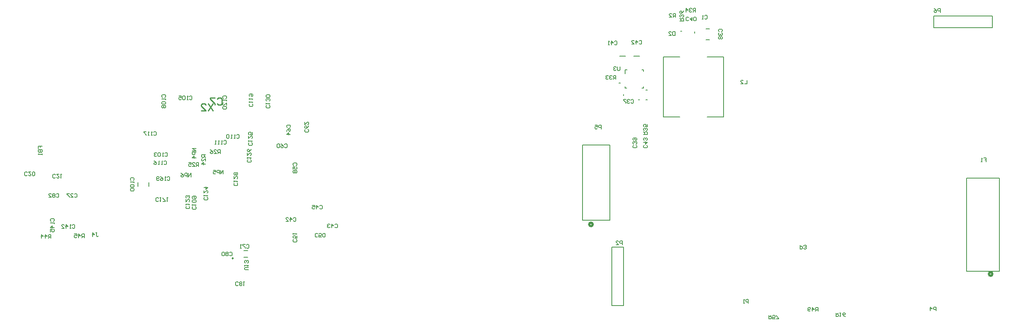
<source format=gbo>
G04*
G04 #@! TF.GenerationSoftware,Altium Limited,Altium Designer,21.5.1 (32)*
G04*
G04 Layer_Color=32896*
%FSLAX25Y25*%
%MOIN*%
G70*
G04*
G04 #@! TF.SameCoordinates,35C82D64-DDB0-4193-90F1-2314E746331E*
G04*
G04*
G04 #@! TF.FilePolarity,Positive*
G04*
G01*
G75*
%ADD52C,0.02000*%
%ADD53C,0.01000*%
%ADD155C,0.00600*%
%ADD156C,0.00984*%
%ADD158C,0.00787*%
D52*
X992450Y143800D02*
G03*
X992450Y143800I-1500J0D01*
G01*
X651450Y186250D02*
G03*
X651450Y186250I-1500J0D01*
G01*
D53*
X330931Y293598D02*
X331931Y294598D01*
X333930D01*
X334930Y293598D01*
Y289600D01*
X333930Y288600D01*
X331931D01*
X330931Y289600D01*
X328932Y294598D02*
X324933D01*
Y293598D01*
X328932Y289600D01*
Y288600D01*
X327530Y289598D02*
X323531Y283600D01*
Y289598D02*
X327530Y283600D01*
X317533D02*
X321532D01*
X317533Y287599D01*
Y288598D01*
X318533Y289598D01*
X320532D01*
X321532Y288598D01*
D155*
X749100Y329522D02*
X763198D01*
X711798Y278122D02*
Y329522D01*
X725896D01*
X763198Y278122D02*
Y329522D01*
X749100Y278122D02*
X763198D01*
X711798D02*
X725896D01*
X970450Y146300D02*
Y225800D01*
X998450D01*
Y146300D02*
Y225800D01*
X970450Y146300D02*
X998450D01*
X642750Y254300D02*
X666050D01*
X642750Y189800D02*
Y254300D01*
Y189800D02*
X666050D01*
Y254300D01*
X801685Y108649D02*
Y105450D01*
X803284D01*
X803817Y105983D01*
Y107050D01*
X803284Y107583D01*
X801685D01*
X802751D02*
X803817Y108649D01*
X807016Y105450D02*
X804884D01*
Y107050D01*
X805950Y106517D01*
X806483D01*
X807016Y107050D01*
Y108116D01*
X806483Y108649D01*
X805417D01*
X804884Y108116D01*
X808083Y105450D02*
X810215D01*
Y105983D01*
X808083Y108116D01*
Y108649D01*
X843650Y112050D02*
Y115249D01*
X842050D01*
X841517Y114716D01*
Y113649D01*
X842050Y113116D01*
X843650D01*
X842584D02*
X841517Y112050D01*
X838852D02*
Y115249D01*
X840451Y113649D01*
X838318D01*
X837252Y112583D02*
X836719Y112050D01*
X835653D01*
X835119Y112583D01*
Y114716D01*
X835653Y115249D01*
X836719D01*
X837252Y114716D01*
Y114182D01*
X836719Y113649D01*
X835119D01*
X858951Y110649D02*
Y107450D01*
X860551D01*
X861084Y107983D01*
Y109050D01*
X860551Y109583D01*
X858951D01*
X860018D02*
X861084Y110649D01*
X862150D02*
X863217D01*
X862683D01*
Y107450D01*
X862150Y107983D01*
X866949Y107450D02*
X865882Y107983D01*
X864816Y109050D01*
Y110116D01*
X865349Y110649D01*
X866416D01*
X866949Y110116D01*
Y109583D01*
X866416Y109050D01*
X864816D01*
X984950Y243149D02*
X987083D01*
Y241550D01*
X986016D01*
X987083D01*
Y239950D01*
X983884D02*
X982817D01*
X983350D01*
Y243149D01*
X983884Y242616D01*
X674616Y321149D02*
Y318483D01*
X674083Y317950D01*
X673016D01*
X672483Y318483D01*
Y321149D01*
X671417Y320616D02*
X670884Y321149D01*
X669817D01*
X669284Y320616D01*
Y320083D01*
X669817Y319550D01*
X670351D01*
X669817D01*
X669284Y319017D01*
Y318483D01*
X669817Y317950D01*
X670884D01*
X671417Y318483D01*
X725850Y360284D02*
X729049D01*
Y361884D01*
X728516Y362417D01*
X727450D01*
X726917Y361884D01*
Y360284D01*
Y361351D02*
X725850Y362417D01*
X728516Y363483D02*
X729049Y364017D01*
Y365083D01*
X728516Y365616D01*
X727983D01*
X727450Y365083D01*
Y364550D01*
Y365083D01*
X726917Y365616D01*
X726384D01*
X725850Y365083D01*
Y364017D01*
X726384Y363483D01*
X729049Y368815D02*
X728516Y367749D01*
X727450Y366682D01*
X726384D01*
X725850Y367215D01*
Y368282D01*
X726384Y368815D01*
X726917D01*
X727450Y368282D01*
Y366682D01*
X694850Y263284D02*
X698049D01*
Y264884D01*
X697516Y265417D01*
X696450D01*
X695917Y264884D01*
Y263284D01*
Y264351D02*
X694850Y265417D01*
X697516Y266483D02*
X698049Y267017D01*
Y268083D01*
X697516Y268616D01*
X696983D01*
X696450Y268083D01*
Y267550D01*
Y268083D01*
X695917Y268616D01*
X695384D01*
X694850Y268083D01*
Y267017D01*
X695384Y266483D01*
X698049Y271815D02*
Y269682D01*
X696450D01*
X696983Y270749D01*
Y271282D01*
X696450Y271815D01*
X695384D01*
X694850Y271282D01*
Y270216D01*
X695384Y269682D01*
X739215Y367950D02*
Y371149D01*
X737616D01*
X737083Y370616D01*
Y369550D01*
X737616Y369017D01*
X739215D01*
X738149D02*
X737083Y367950D01*
X736016Y370616D02*
X735483Y371149D01*
X734417D01*
X733884Y370616D01*
Y370083D01*
X734417Y369550D01*
X734950D01*
X734417D01*
X733884Y369017D01*
Y368483D01*
X734417Y367950D01*
X735483D01*
X736016Y368483D01*
X731218Y367950D02*
Y371149D01*
X732817Y369550D01*
X730685D01*
X671215Y310450D02*
Y313649D01*
X669616D01*
X669083Y313116D01*
Y312050D01*
X669616Y311516D01*
X671215D01*
X670149D02*
X669083Y310450D01*
X668016Y313116D02*
X667483Y313649D01*
X666417D01*
X665884Y313116D01*
Y312583D01*
X666417Y312050D01*
X666950D01*
X666417D01*
X665884Y311516D01*
Y310983D01*
X666417Y310450D01*
X667483D01*
X668016Y310983D01*
X664817Y313116D02*
X664284Y313649D01*
X663218D01*
X662685Y313116D01*
Y312583D01*
X663218Y312050D01*
X663751D01*
X663218D01*
X662685Y311516D01*
Y310983D01*
X663218Y310450D01*
X664284D01*
X664817Y310983D01*
X722116Y363450D02*
Y366649D01*
X720516D01*
X719983Y366116D01*
Y365050D01*
X720516Y364516D01*
X722116D01*
X721049D02*
X719983Y363450D01*
X716784D02*
X718917D01*
X716784Y365583D01*
Y366116D01*
X717317Y366649D01*
X718384D01*
X718917Y366116D01*
X948050Y367650D02*
Y370849D01*
X946451D01*
X945917Y370316D01*
Y369249D01*
X946451Y368716D01*
X948050D01*
X942718Y370849D02*
X943785Y370316D01*
X944851Y369249D01*
Y368183D01*
X944318Y367650D01*
X943252D01*
X942718Y368183D01*
Y368716D01*
X943252Y369249D01*
X944851D01*
X658616Y267950D02*
Y271149D01*
X657016D01*
X656483Y270616D01*
Y269550D01*
X657016Y269017D01*
X658616D01*
X653284Y271149D02*
X655417D01*
Y269550D01*
X654351Y270083D01*
X653817D01*
X653284Y269550D01*
Y268483D01*
X653817Y267950D01*
X654884D01*
X655417Y268483D01*
X944356Y112450D02*
Y115649D01*
X942756D01*
X942223Y115116D01*
Y114050D01*
X942756Y113516D01*
X944356D01*
X939557Y112450D02*
Y115649D01*
X941157Y114050D01*
X939024D01*
X828284Y168460D02*
Y165261D01*
X829884D01*
X830417Y165794D01*
Y166861D01*
X829884Y167394D01*
X828284D01*
X831483Y165794D02*
X832016Y165261D01*
X833083D01*
X833616Y165794D01*
Y166328D01*
X833083Y166861D01*
X832549D01*
X833083D01*
X833616Y167394D01*
Y167927D01*
X833083Y168460D01*
X832016D01*
X831483Y167927D01*
X676616Y168950D02*
Y172149D01*
X675016D01*
X674483Y171616D01*
Y170550D01*
X675016Y170017D01*
X676616D01*
X671284Y168950D02*
X673417D01*
X671284Y171083D01*
Y171616D01*
X671817Y172149D01*
X672884D01*
X673417Y171616D01*
X784205Y118852D02*
Y122051D01*
X782605D01*
X782072Y121518D01*
Y120451D01*
X782605Y119918D01*
X784205D01*
X781006Y118852D02*
X779939D01*
X780473D01*
Y122051D01*
X781006Y121518D01*
X783116Y309649D02*
Y306450D01*
X780983D01*
X777784D02*
X779917D01*
X777784Y308583D01*
Y309116D01*
X778317Y309649D01*
X779384D01*
X779917Y309116D01*
X721616Y351149D02*
Y347950D01*
X720016D01*
X719483Y348483D01*
Y350616D01*
X720016Y351149D01*
X721616D01*
X716284Y347950D02*
X718417D01*
X716284Y350083D01*
Y350616D01*
X716817Y351149D01*
X717884D01*
X718417Y350616D01*
X697516Y253917D02*
X698049Y253384D01*
Y252318D01*
X697516Y251784D01*
X695384D01*
X694850Y252318D01*
Y253384D01*
X695384Y253917D01*
X694850Y256583D02*
X698049D01*
X696450Y254983D01*
Y257116D01*
X697516Y258182D02*
X698049Y258716D01*
Y259782D01*
X697516Y260315D01*
X696983D01*
X696450Y259782D01*
Y259249D01*
Y259782D01*
X695917Y260315D01*
X695384D01*
X694850Y259782D01*
Y258716D01*
X695384Y258182D01*
X691083Y343116D02*
X691616Y343649D01*
X692682D01*
X693215Y343116D01*
Y340983D01*
X692682Y340450D01*
X691616D01*
X691083Y340983D01*
X688417Y340450D02*
Y343649D01*
X690016Y342050D01*
X687884D01*
X684685Y340450D02*
X686817D01*
X684685Y342583D01*
Y343116D01*
X685218Y343649D01*
X686284D01*
X686817Y343116D01*
X670049Y342616D02*
X670583Y343149D01*
X671649D01*
X672182Y342616D01*
Y340483D01*
X671649Y339950D01*
X670583D01*
X670049Y340483D01*
X667384Y339950D02*
Y343149D01*
X668983Y341550D01*
X666851D01*
X665784Y339950D02*
X664718D01*
X665251D01*
Y343149D01*
X665784Y342616D01*
X733317Y360983D02*
X732784Y360450D01*
X731718D01*
X731185Y360983D01*
Y363116D01*
X731718Y363649D01*
X732784D01*
X733317Y363116D01*
X735983Y363649D02*
Y360450D01*
X734384Y362050D01*
X736516D01*
X737583Y360983D02*
X738116Y360450D01*
X739182D01*
X739715Y360983D01*
Y363116D01*
X739182Y363649D01*
X738116D01*
X737583Y363116D01*
Y360983D01*
X688516Y253917D02*
X689049Y253384D01*
Y252318D01*
X688516Y251784D01*
X686384D01*
X685850Y252318D01*
Y253384D01*
X686384Y253917D01*
X688516Y254983D02*
X689049Y255517D01*
Y256583D01*
X688516Y257116D01*
X687983D01*
X687450Y256583D01*
Y256050D01*
Y256583D01*
X686917Y257116D01*
X686384D01*
X685850Y256583D01*
Y255517D01*
X686384Y254983D01*
Y258182D02*
X685850Y258716D01*
Y259782D01*
X686384Y260315D01*
X688516D01*
X689049Y259782D01*
Y258716D01*
X688516Y258182D01*
X687983D01*
X687450Y258716D01*
Y260315D01*
X759384Y351182D02*
X758850Y351715D01*
Y352782D01*
X759384Y353315D01*
X761516D01*
X762049Y352782D01*
Y351715D01*
X761516Y351182D01*
X759384Y350116D02*
X758850Y349583D01*
Y348517D01*
X759384Y347983D01*
X759917D01*
X760450Y348517D01*
Y349050D01*
Y348517D01*
X760983Y347983D01*
X761516D01*
X762049Y348517D01*
Y349583D01*
X761516Y350116D01*
X759384Y346917D02*
X758850Y346384D01*
Y345318D01*
X759384Y344784D01*
X759917D01*
X760450Y345318D01*
X760983Y344784D01*
X761516D01*
X762049Y345318D01*
Y346384D01*
X761516Y346917D01*
X760983D01*
X760450Y346384D01*
X759917Y346917D01*
X759384D01*
X760450Y346384D02*
Y345318D01*
X684083Y292616D02*
X684616Y293149D01*
X685682D01*
X686215Y292616D01*
Y290483D01*
X685682Y289950D01*
X684616D01*
X684083Y290483D01*
X683016Y292616D02*
X682483Y293149D01*
X681417D01*
X680884Y292616D01*
Y292083D01*
X681417Y291550D01*
X681950D01*
X681417D01*
X680884Y291017D01*
Y290483D01*
X681417Y289950D01*
X682483D01*
X683016Y290483D01*
X679817Y293149D02*
X677685D01*
Y292616D01*
X679817Y290483D01*
Y289950D01*
X746950Y364616D02*
X747483Y365149D01*
X748550D01*
X749083Y364616D01*
Y362483D01*
X748550Y361950D01*
X747483D01*
X746950Y362483D01*
X745884Y361950D02*
X744817D01*
X745351D01*
Y365149D01*
X745884Y364616D01*
X178530Y251099D02*
Y253232D01*
X180130D01*
Y252166D01*
Y253232D01*
X181729D01*
X178530Y250033D02*
X181729D01*
Y248434D01*
X181196Y247901D01*
X180663D01*
X180130Y248434D01*
Y250033D01*
Y248434D01*
X179597Y247901D01*
X179064D01*
X178530Y248434D01*
Y250033D01*
X181729Y246834D02*
Y245768D01*
Y246301D01*
X178530D01*
X179064Y246834D01*
X193763Y212066D02*
X194296Y212599D01*
X195362D01*
X195895Y212066D01*
Y209934D01*
X195362Y209401D01*
X194296D01*
X193763Y209934D01*
X192696Y212066D02*
X192163Y212599D01*
X191097D01*
X190564Y212066D01*
Y211533D01*
X191097Y211000D01*
X190564Y210467D01*
Y209934D01*
X191097Y209401D01*
X192163D01*
X192696Y209934D01*
Y210467D01*
X192163Y211000D01*
X192696Y211533D01*
Y212066D01*
X192163Y211000D02*
X191097D01*
X187365Y209401D02*
X189497D01*
X187365Y211533D01*
Y212066D01*
X187898Y212599D01*
X188964D01*
X189497Y212066D01*
X168997Y228434D02*
X168464Y227901D01*
X167398D01*
X166865Y228434D01*
Y230566D01*
X167398Y231100D01*
X168464D01*
X168997Y230566D01*
X172196Y231100D02*
X170064D01*
X172196Y228967D01*
Y228434D01*
X171663Y227901D01*
X170597D01*
X170064Y228434D01*
X173263D02*
X173796Y227901D01*
X174862D01*
X175395Y228434D01*
Y230566D01*
X174862Y231100D01*
X173796D01*
X173263Y230566D01*
Y228434D01*
X209263Y212066D02*
X209796Y212599D01*
X210862D01*
X211395Y212066D01*
Y209934D01*
X210862Y209401D01*
X209796D01*
X209263Y209934D01*
X206064Y209401D02*
X208196D01*
X206064Y211533D01*
Y212066D01*
X206597Y212599D01*
X207663D01*
X208196Y212066D01*
X204997Y212599D02*
X202865D01*
Y212066D01*
X204997Y209934D01*
Y209401D01*
X193030Y226434D02*
X192497Y225901D01*
X191431D01*
X190898Y226434D01*
Y228566D01*
X191431Y229099D01*
X192497D01*
X193030Y228566D01*
X196229Y229099D02*
X194097D01*
X196229Y226967D01*
Y226434D01*
X195696Y225901D01*
X194630D01*
X194097Y226434D01*
X197296Y229099D02*
X198362D01*
X197829D01*
Y225901D01*
X197296Y226434D01*
X357729Y147375D02*
X355064D01*
X354531Y147908D01*
Y148975D01*
X355064Y149508D01*
X357729D01*
X354531Y150574D02*
Y151641D01*
Y151107D01*
X357729D01*
X357196Y150574D01*
Y153240D02*
X357729Y153773D01*
Y154840D01*
X357196Y155373D01*
X356663D01*
X356130Y154840D01*
Y154306D01*
Y154840D01*
X355597Y155373D01*
X355064D01*
X354531Y154840D01*
Y153773D01*
X355064Y153240D01*
X281013Y206434D02*
X280480Y205901D01*
X279414D01*
X278880Y206434D01*
Y208566D01*
X279414Y209100D01*
X280480D01*
X281013Y208566D01*
X282079Y209100D02*
X283146D01*
X282613D01*
Y205901D01*
X282079Y206434D01*
X284745Y205901D02*
X286878D01*
Y206434D01*
X284745Y208566D01*
Y209100D01*
X287944D02*
X289011D01*
X288477D01*
Y205901D01*
X287944Y206434D01*
X288411Y226566D02*
X288944Y227099D01*
X290010D01*
X290544Y226566D01*
Y224434D01*
X290010Y223901D01*
X288944D01*
X288411Y224434D01*
X287345Y223901D02*
X286278D01*
X286811D01*
Y227099D01*
X287345Y226566D01*
X282546Y227099D02*
X283613Y226566D01*
X284679Y225500D01*
Y224434D01*
X284146Y223901D01*
X283079D01*
X282546Y224434D01*
Y224967D01*
X283079Y225500D01*
X284679D01*
X281480Y224434D02*
X280947Y223901D01*
X279880D01*
X279347Y224434D01*
Y226566D01*
X279880Y227099D01*
X280947D01*
X281480Y226566D01*
Y226033D01*
X280947Y225500D01*
X279347D01*
X217711Y174900D02*
Y178100D01*
X216111D01*
X215578Y177566D01*
Y176500D01*
X216111Y175967D01*
X217711D01*
X216644D02*
X215578Y174900D01*
X212912D02*
Y178100D01*
X214512Y176500D01*
X212379D01*
X209180Y178100D02*
X211313D01*
Y176500D01*
X210246Y177033D01*
X209713D01*
X209180Y176500D01*
Y175434D01*
X209713Y174900D01*
X210780D01*
X211313Y175434D01*
X189211Y174400D02*
Y177600D01*
X187611D01*
X187078Y177066D01*
Y176000D01*
X187611Y175467D01*
X189211D01*
X188144D02*
X187078Y174400D01*
X184412D02*
Y177600D01*
X186012Y176000D01*
X183879D01*
X181213Y174400D02*
Y177600D01*
X182813Y176000D01*
X180680D01*
X333711Y246901D02*
Y250099D01*
X332111D01*
X331578Y249566D01*
Y248500D01*
X332111Y247967D01*
X333711D01*
X332644D02*
X331578Y246901D01*
X328379D02*
X330512D01*
X328379Y249033D01*
Y249566D01*
X328912Y250099D01*
X329979D01*
X330512Y249566D01*
X325180Y250099D02*
X326247Y249566D01*
X327313Y248500D01*
Y247434D01*
X326780Y246901D01*
X325713D01*
X325180Y247434D01*
Y247967D01*
X325713Y248500D01*
X327313D01*
X315211Y235900D02*
Y239100D01*
X313611D01*
X313078Y238566D01*
Y237500D01*
X313611Y236967D01*
X315211D01*
X314144D02*
X313078Y235900D01*
X309879D02*
X312012D01*
X309879Y238033D01*
Y238566D01*
X310412Y239100D01*
X311479D01*
X312012Y238566D01*
X306680Y239100D02*
X308813D01*
Y237500D01*
X307747Y238033D01*
X307213D01*
X306680Y237500D01*
Y236434D01*
X307213Y235900D01*
X308280D01*
X308813Y236434D01*
X321045Y245765D02*
X317846D01*
Y244166D01*
X318379Y243633D01*
X319445D01*
X319979Y244166D01*
Y245765D01*
Y244699D02*
X321045Y243633D01*
Y240434D02*
Y242566D01*
X318912Y240434D01*
X318379D01*
X317846Y240967D01*
Y242033D01*
X318379Y242566D01*
X321045Y237768D02*
X317846D01*
X319445Y239367D01*
Y237235D01*
X308711Y226901D02*
Y230100D01*
X306578Y226901D01*
Y230100D01*
X305512Y226901D02*
Y230100D01*
X303912D01*
X303379Y229566D01*
Y228500D01*
X303912Y227967D01*
X305512D01*
X300180Y230100D02*
X301247Y229566D01*
X302313Y228500D01*
Y227434D01*
X301780Y226901D01*
X300713D01*
X300180Y227434D01*
Y227967D01*
X300713Y228500D01*
X302313D01*
X336211Y229400D02*
Y232599D01*
X334078Y229400D01*
Y232599D01*
X333012Y229400D02*
Y232599D01*
X331412D01*
X330879Y232066D01*
Y231000D01*
X331412Y230467D01*
X333012D01*
X327680Y232599D02*
X329813D01*
Y231000D01*
X328747Y231533D01*
X328213D01*
X327680Y231000D01*
Y229934D01*
X328213Y229400D01*
X329280D01*
X329813Y229934D01*
X313045Y251265D02*
X309846D01*
X313045Y249133D01*
X309846D01*
X313045Y248066D02*
X309846D01*
Y246467D01*
X310379Y245934D01*
X311445D01*
X311979Y246467D01*
Y248066D01*
X313045Y243268D02*
X309846D01*
X311445Y244867D01*
Y242735D01*
X227479Y179100D02*
X228545D01*
X228012D01*
Y176434D01*
X228545Y175900D01*
X229078D01*
X229611Y176434D01*
X224813Y175900D02*
Y179100D01*
X226412Y177500D01*
X224280D01*
X189379Y188966D02*
X188846Y189499D01*
Y190565D01*
X189379Y191098D01*
X191512D01*
X192045Y190565D01*
Y189499D01*
X191512Y188966D01*
X192045Y187899D02*
Y186833D01*
Y187366D01*
X188846D01*
X189379Y187899D01*
X192045Y183634D02*
X188846D01*
X190445Y185233D01*
Y183101D01*
X188846Y179902D02*
Y182035D01*
X190445D01*
X189912Y180968D01*
Y180435D01*
X190445Y179902D01*
X191512D01*
X192045Y180435D01*
Y181501D01*
X191512Y182035D01*
X207411Y185566D02*
X207944Y186100D01*
X209011D01*
X209544Y185566D01*
Y183434D01*
X209011Y182901D01*
X207944D01*
X207411Y183434D01*
X206345Y182901D02*
X205278D01*
X205812D01*
Y186100D01*
X206345Y185566D01*
X202079Y182901D02*
Y186100D01*
X203679Y184500D01*
X201546D01*
X198347Y182901D02*
X200480D01*
X198347Y185033D01*
Y185566D01*
X198880Y186100D01*
X199947D01*
X200480Y185566D01*
X375512Y288034D02*
X376045Y287501D01*
Y286435D01*
X375512Y285902D01*
X373379D01*
X372846Y286435D01*
Y287501D01*
X373379Y288034D01*
X372846Y289101D02*
Y290167D01*
Y289634D01*
X376045D01*
X375512Y289101D01*
Y291767D02*
X376045Y292300D01*
Y293366D01*
X375512Y293899D01*
X374979D01*
X374445Y293366D01*
Y292833D01*
Y293366D01*
X373912Y293899D01*
X373379D01*
X372846Y293366D01*
Y292300D01*
X373379Y291767D01*
X375512Y294966D02*
X376045Y295499D01*
Y296565D01*
X375512Y297098D01*
X373379D01*
X372846Y296565D01*
Y295499D01*
X373379Y294966D01*
X375512D01*
X348012Y221534D02*
X348545Y221001D01*
Y219935D01*
X348012Y219402D01*
X345879D01*
X345346Y219935D01*
Y221001D01*
X345879Y221534D01*
X345346Y222601D02*
Y223667D01*
Y223134D01*
X348545D01*
X348012Y222601D01*
X345346Y227399D02*
Y225267D01*
X347479Y227399D01*
X348012D01*
X348545Y226866D01*
Y225800D01*
X348012Y225267D01*
Y228466D02*
X348545Y228999D01*
Y230065D01*
X348012Y230598D01*
X347479D01*
X346945Y230065D01*
X346412Y230598D01*
X345879D01*
X345346Y230065D01*
Y228999D01*
X345879Y228466D01*
X346412D01*
X346945Y228999D01*
X347479Y228466D01*
X348012D01*
X346945Y228999D02*
Y230065D01*
X359512Y241534D02*
X360045Y241001D01*
Y239935D01*
X359512Y239402D01*
X357379D01*
X356846Y239935D01*
Y241001D01*
X357379Y241534D01*
X356846Y242601D02*
Y243667D01*
Y243134D01*
X360045D01*
X359512Y242601D01*
X356846Y247399D02*
Y245267D01*
X358979Y247399D01*
X359512D01*
X360045Y246866D01*
Y245800D01*
X359512Y245267D01*
X360045Y250598D02*
X359512Y249532D01*
X358445Y248465D01*
X357379D01*
X356846Y248999D01*
Y250065D01*
X357379Y250598D01*
X357912D01*
X358445Y250065D01*
Y248465D01*
X360512Y256034D02*
X361045Y255501D01*
Y254435D01*
X360512Y253902D01*
X358379D01*
X357846Y254435D01*
Y255501D01*
X358379Y256034D01*
X357846Y257101D02*
Y258167D01*
Y257634D01*
X361045D01*
X360512Y257101D01*
X357846Y261899D02*
Y259767D01*
X359979Y261899D01*
X360512D01*
X361045Y261366D01*
Y260300D01*
X360512Y259767D01*
X361045Y265098D02*
Y262965D01*
X359445D01*
X359979Y264032D01*
Y264565D01*
X359445Y265098D01*
X358379D01*
X357846Y264565D01*
Y263499D01*
X358379Y262965D01*
X322512Y209353D02*
X323045Y208820D01*
Y207754D01*
X322512Y207221D01*
X320379D01*
X319846Y207754D01*
Y208820D01*
X320379Y209353D01*
X319846Y210420D02*
Y211486D01*
Y210953D01*
X323045D01*
X322512Y210420D01*
X319846Y215218D02*
Y213086D01*
X321979Y215218D01*
X322512D01*
X323045Y214685D01*
Y213619D01*
X322512Y213086D01*
X319846Y217884D02*
X323045D01*
X321445Y216284D01*
Y218417D01*
X307012Y201853D02*
X307545Y201320D01*
Y200254D01*
X307012Y199721D01*
X304879D01*
X304346Y200254D01*
Y201320D01*
X304879Y201853D01*
X304346Y202920D02*
Y203986D01*
Y203453D01*
X307545D01*
X307012Y202920D01*
X304346Y207718D02*
Y205586D01*
X306479Y207718D01*
X307012D01*
X307545Y207185D01*
Y206119D01*
X307012Y205586D01*
Y208784D02*
X307545Y209318D01*
Y210384D01*
X307012Y210917D01*
X306479D01*
X305945Y210384D01*
Y209851D01*
Y210384D01*
X305412Y210917D01*
X304879D01*
X304346Y210384D01*
Y209318D01*
X304879Y208784D01*
X336379Y293966D02*
X335846Y294499D01*
Y295565D01*
X336379Y296098D01*
X338512D01*
X339045Y295565D01*
Y294499D01*
X338512Y293966D01*
X339045Y292899D02*
Y291833D01*
Y292366D01*
X335846D01*
X336379Y292899D01*
X339045Y288101D02*
Y290233D01*
X336912Y288101D01*
X336379D01*
X335846Y288634D01*
Y289700D01*
X336379Y290233D01*
Y287035D02*
X335846Y286501D01*
Y285435D01*
X336379Y284902D01*
X338512D01*
X339045Y285435D01*
Y286501D01*
X338512Y287035D01*
X336379D01*
X361012Y289301D02*
X361545Y288768D01*
Y287702D01*
X361012Y287168D01*
X358879D01*
X358346Y287702D01*
Y288768D01*
X358879Y289301D01*
X358346Y290367D02*
Y291434D01*
Y290900D01*
X361545D01*
X361012Y290367D01*
X358346Y293033D02*
Y294099D01*
Y293566D01*
X361545D01*
X361012Y293033D01*
X358879Y295699D02*
X358346Y296232D01*
Y297299D01*
X358879Y297832D01*
X361012D01*
X361545Y297299D01*
Y296232D01*
X361012Y295699D01*
X360479D01*
X359946Y296232D01*
Y297832D01*
X276829Y265066D02*
X277362Y265599D01*
X278428D01*
X278961Y265066D01*
Y262934D01*
X278428Y262401D01*
X277362D01*
X276829Y262934D01*
X275763Y262401D02*
X274696D01*
X275229D01*
Y265599D01*
X275763Y265066D01*
X273097Y262401D02*
X272030D01*
X272564D01*
Y265599D01*
X273097Y265066D01*
X270431Y265599D02*
X268298D01*
Y265066D01*
X270431Y262934D01*
Y262401D01*
X285644Y240066D02*
X286178Y240599D01*
X287244D01*
X287777Y240066D01*
Y237934D01*
X287244Y237401D01*
X286178D01*
X285644Y237934D01*
X284578Y237401D02*
X283512D01*
X284045D01*
Y240599D01*
X284578Y240066D01*
X281912Y237401D02*
X280846D01*
X281379D01*
Y240599D01*
X281912Y240066D01*
X277114Y240599D02*
X278180Y240066D01*
X279246Y239000D01*
Y237934D01*
X278713Y237401D01*
X277647D01*
X277114Y237934D01*
Y238467D01*
X277647Y239000D01*
X279246D01*
X336611Y257566D02*
X337144Y258100D01*
X338211D01*
X338744Y257566D01*
Y255434D01*
X338211Y254901D01*
X337144D01*
X336611Y255434D01*
X335545Y254901D02*
X334479D01*
X335012D01*
Y258100D01*
X335545Y257566D01*
X332879Y254901D02*
X331813D01*
X332346D01*
Y258100D01*
X332879Y257566D01*
X330213Y254901D02*
X329147D01*
X329680D01*
Y258100D01*
X330213Y257566D01*
X347644Y262566D02*
X348178Y263100D01*
X349244D01*
X349777Y262566D01*
Y260434D01*
X349244Y259900D01*
X348178D01*
X347644Y260434D01*
X346578Y259900D02*
X345512D01*
X346045D01*
Y263100D01*
X346578Y262566D01*
X343912Y259900D02*
X342846D01*
X343379D01*
Y263100D01*
X343912Y262566D01*
X341247D02*
X340713Y263100D01*
X339647D01*
X339114Y262566D01*
Y260434D01*
X339647Y259900D01*
X340713D01*
X341247Y260434D01*
Y262566D01*
X312512Y201353D02*
X313045Y200820D01*
Y199754D01*
X312512Y199221D01*
X310379D01*
X309846Y199754D01*
Y200820D01*
X310379Y201353D01*
X309846Y202420D02*
Y203486D01*
Y202953D01*
X313045D01*
X312512Y202420D01*
Y205085D02*
X313045Y205619D01*
Y206685D01*
X312512Y207218D01*
X310379D01*
X309846Y206685D01*
Y205619D01*
X310379Y205085D01*
X312512D01*
X310379Y208284D02*
X309846Y208818D01*
Y209884D01*
X310379Y210417D01*
X312512D01*
X313045Y209884D01*
Y208818D01*
X312512Y208284D01*
X311979D01*
X311445Y208818D01*
Y210417D01*
X284379Y294966D02*
X283846Y295499D01*
Y296565D01*
X284379Y297098D01*
X286512D01*
X287045Y296565D01*
Y295499D01*
X286512Y294966D01*
X287045Y293899D02*
Y292833D01*
Y293366D01*
X283846D01*
X284379Y293899D01*
Y291233D02*
X283846Y290700D01*
Y289634D01*
X284379Y289101D01*
X286512D01*
X287045Y289634D01*
Y290700D01*
X286512Y291233D01*
X284379D01*
Y288035D02*
X283846Y287501D01*
Y286435D01*
X284379Y285902D01*
X284912D01*
X285445Y286435D01*
X285979Y285902D01*
X286512D01*
X287045Y286435D01*
Y287501D01*
X286512Y288035D01*
X285979D01*
X285445Y287501D01*
X284912Y288035D01*
X284379D01*
X285445Y287501D02*
Y286435D01*
X307411Y295566D02*
X307944Y296099D01*
X309011D01*
X309544Y295566D01*
Y293434D01*
X309011Y292900D01*
X307944D01*
X307411Y293434D01*
X306345Y292900D02*
X305278D01*
X305812D01*
Y296099D01*
X306345Y295566D01*
X303679D02*
X303146Y296099D01*
X302079D01*
X301546Y295566D01*
Y293434D01*
X302079Y292900D01*
X303146D01*
X303679Y293434D01*
Y295566D01*
X298347Y296099D02*
X300480D01*
Y294500D01*
X299414Y295033D01*
X298880D01*
X298347Y294500D01*
Y293434D01*
X298880Y292900D01*
X299947D01*
X300480Y293434D01*
X286411Y247066D02*
X286944Y247600D01*
X288011D01*
X288544Y247066D01*
Y244934D01*
X288011Y244401D01*
X286944D01*
X286411Y244934D01*
X285345Y244401D02*
X284278D01*
X284811D01*
Y247600D01*
X285345Y247066D01*
X282679D02*
X282146Y247600D01*
X281079D01*
X280546Y247066D01*
Y244934D01*
X281079Y244401D01*
X282146D01*
X282679Y244934D01*
Y247066D01*
X279480D02*
X278947Y247600D01*
X277880D01*
X277347Y247066D01*
Y246533D01*
X277880Y246000D01*
X278414D01*
X277880D01*
X277347Y245467D01*
Y244934D01*
X277880Y244401D01*
X278947D01*
X279480Y244934D01*
X257564Y223966D02*
X257030Y224499D01*
Y225565D01*
X257564Y226098D01*
X259696D01*
X260229Y225565D01*
Y224499D01*
X259696Y223966D01*
X260229Y222899D02*
Y221833D01*
Y222366D01*
X257030D01*
X257564Y222899D01*
Y220233D02*
X257030Y219700D01*
Y218634D01*
X257564Y218101D01*
X259696D01*
X260229Y218634D01*
Y219700D01*
X259696Y220233D01*
X257564D01*
Y217035D02*
X257030Y216501D01*
Y215435D01*
X257564Y214902D01*
X259696D01*
X260229Y215435D01*
Y216501D01*
X259696Y217035D01*
X257564D01*
X349030Y134434D02*
X348497Y133900D01*
X347431D01*
X346898Y134434D01*
Y136566D01*
X347431Y137100D01*
X348497D01*
X349030Y136566D01*
X350097Y134434D02*
X350630Y133900D01*
X351696D01*
X352229Y134434D01*
Y134967D01*
X351696Y135500D01*
X352229Y136033D01*
Y136566D01*
X351696Y137100D01*
X350630D01*
X350097Y136566D01*
Y136033D01*
X350630Y135500D01*
X350097Y134967D01*
Y134434D01*
X350630Y135500D02*
X351696D01*
X353296Y137100D02*
X354362D01*
X353829D01*
Y133900D01*
X353296Y134434D01*
X341578Y162066D02*
X342111Y162600D01*
X343178D01*
X343711Y162066D01*
Y159934D01*
X343178Y159400D01*
X342111D01*
X341578Y159934D01*
X340512Y162066D02*
X339979Y162600D01*
X338912D01*
X338379Y162066D01*
Y161533D01*
X338912Y161000D01*
X338379Y160467D01*
Y159934D01*
X338912Y159400D01*
X339979D01*
X340512Y159934D01*
Y160467D01*
X339979Y161000D01*
X340512Y161533D01*
Y162066D01*
X339979Y161000D02*
X338912D01*
X337313Y162066D02*
X336780Y162600D01*
X335713D01*
X335180Y162066D01*
Y159934D01*
X335713Y159400D01*
X336780D01*
X337313Y159934D01*
Y162066D01*
X356045Y168566D02*
X356578Y169099D01*
X357644D01*
X358178Y168566D01*
Y166434D01*
X357644Y165901D01*
X356578D01*
X356045Y166434D01*
X354979Y169099D02*
X352846D01*
Y168566D01*
X354979Y166434D01*
Y165901D01*
X351780D02*
X350713D01*
X351247D01*
Y169099D01*
X351780Y168566D01*
X390879Y269133D02*
X390346Y269666D01*
Y270732D01*
X390879Y271265D01*
X393012D01*
X393545Y270732D01*
Y269666D01*
X393012Y269133D01*
X390346Y265934D02*
X390879Y267000D01*
X391945Y268066D01*
X393012D01*
X393545Y267533D01*
Y266467D01*
X393012Y265934D01*
X392479D01*
X391945Y266467D01*
Y268066D01*
X393545Y263268D02*
X390346D01*
X391945Y264867D01*
Y262735D01*
X408512Y267367D02*
X409045Y266834D01*
Y265768D01*
X408512Y265235D01*
X406379D01*
X405846Y265768D01*
Y266834D01*
X406379Y267367D01*
X409045Y270566D02*
X408512Y269500D01*
X407445Y268434D01*
X406379D01*
X405846Y268967D01*
Y270033D01*
X406379Y270566D01*
X406912D01*
X407445Y270033D01*
Y268434D01*
X405846Y273765D02*
Y271633D01*
X407979Y273765D01*
X408512D01*
X409045Y273232D01*
Y272166D01*
X408512Y271633D01*
X388578Y254566D02*
X389111Y255100D01*
X390178D01*
X390711Y254566D01*
Y252434D01*
X390178Y251901D01*
X389111D01*
X388578Y252434D01*
X385379Y255100D02*
X386445Y254566D01*
X387512Y253500D01*
Y252434D01*
X386979Y251901D01*
X385912D01*
X385379Y252434D01*
Y252967D01*
X385912Y253500D01*
X387512D01*
X384313Y254566D02*
X383780Y255100D01*
X382713D01*
X382180Y254566D01*
Y252434D01*
X382713Y251901D01*
X383780D01*
X384313Y252434D01*
Y254566D01*
X396379Y236633D02*
X395846Y237166D01*
Y238232D01*
X396379Y238765D01*
X398512D01*
X399045Y238232D01*
Y237166D01*
X398512Y236633D01*
X395846Y233434D02*
Y235566D01*
X397445D01*
X396912Y234500D01*
Y233967D01*
X397445Y233434D01*
X398512D01*
X399045Y233967D01*
Y235033D01*
X398512Y235566D01*
X396379Y232367D02*
X395846Y231834D01*
Y230768D01*
X396379Y230235D01*
X396912D01*
X397445Y230768D01*
X397979Y230235D01*
X398512D01*
X399045Y230768D01*
Y231834D01*
X398512Y232367D01*
X397979D01*
X397445Y231834D01*
X396912Y232367D01*
X396379D01*
X397445Y231834D02*
Y230768D01*
X398512Y173400D02*
X399045Y172867D01*
Y171801D01*
X398512Y171268D01*
X396379D01*
X395846Y171801D01*
Y172867D01*
X396379Y173400D01*
X399045Y176600D02*
Y174467D01*
X397445D01*
X397979Y175533D01*
Y176066D01*
X397445Y176600D01*
X396379D01*
X395846Y176066D01*
Y175000D01*
X396379Y174467D01*
X395846Y177666D02*
Y178732D01*
Y178199D01*
X399045D01*
X398512Y177666D01*
X416813Y175934D02*
X416280Y175400D01*
X415213D01*
X414680Y175934D01*
Y178066D01*
X415213Y178600D01*
X416280D01*
X416813Y178066D01*
X420012Y175400D02*
X417879D01*
Y177000D01*
X418946Y176467D01*
X419479D01*
X420012Y177000D01*
Y178066D01*
X419479Y178600D01*
X418412D01*
X417879Y178066D01*
X421078Y175934D02*
X421611Y175400D01*
X422678D01*
X423211Y175934D01*
Y178066D01*
X422678Y178600D01*
X421611D01*
X421078Y178066D01*
Y175934D01*
X418578Y202066D02*
X419111Y202600D01*
X420178D01*
X420711Y202066D01*
Y199934D01*
X420178Y199400D01*
X419111D01*
X418578Y199934D01*
X415912Y199400D02*
Y202600D01*
X417512Y201000D01*
X415379D01*
X412180Y202600D02*
X414313D01*
Y201000D01*
X413246Y201533D01*
X412713D01*
X412180Y201000D01*
Y199934D01*
X412713Y199400D01*
X413780D01*
X414313Y199934D01*
X431578Y186066D02*
X432111Y186600D01*
X433178D01*
X433711Y186066D01*
Y183934D01*
X433178Y183400D01*
X432111D01*
X431578Y183934D01*
X428912Y183400D02*
Y186600D01*
X430512Y185000D01*
X428379D01*
X427313Y186066D02*
X426780Y186600D01*
X425713D01*
X425180Y186066D01*
Y185533D01*
X425713Y185000D01*
X426247D01*
X425713D01*
X425180Y184467D01*
Y183934D01*
X425713Y183400D01*
X426780D01*
X427313Y183934D01*
X396078Y191566D02*
X396611Y192099D01*
X397678D01*
X398211Y191566D01*
Y189434D01*
X397678Y188900D01*
X396611D01*
X396078Y189434D01*
X393412Y188900D02*
Y192099D01*
X395012Y190500D01*
X392879D01*
X389680Y188900D02*
X391813D01*
X389680Y191033D01*
Y191566D01*
X390213Y192099D01*
X391280D01*
X391813Y191566D01*
D156*
X344717Y157280D02*
G03*
X344717Y157280I-492J0D01*
G01*
D158*
X679171Y315223D02*
Y318373D01*
X680883D01*
X679171Y302821D02*
Y304002D01*
Y302821D02*
X680352D01*
X693540D02*
X694721D01*
Y304002D01*
X693540Y318372D02*
X694721D01*
Y317191D02*
Y318372D01*
X726359Y351380D02*
X727540D01*
X696860Y301219D02*
X698041D01*
X738281Y349959D02*
Y351140D01*
X673860Y307219D02*
X675041D01*
X696860Y292719D02*
X698041D01*
X686391Y330050D02*
X691509D01*
X674391D02*
X679509D01*
X690359Y292719D02*
X691541D01*
X677619Y296459D02*
Y297640D01*
X942494Y354637D02*
Y364637D01*
Y354637D02*
X992494D01*
X942494Y364637D02*
X992494D01*
Y354637D02*
Y364637D01*
X667750Y116960D02*
X677750D01*
Y166960D01*
X667750Y116960D02*
Y166960D01*
X677750D01*
X747939Y353475D02*
X751089D01*
X747939Y344026D02*
X751089D01*
X272854Y218925D02*
Y222075D01*
X263405Y218925D02*
Y222075D01*
X353871Y163953D02*
X357020D01*
X353871Y158047D02*
X357020D01*
M02*

</source>
